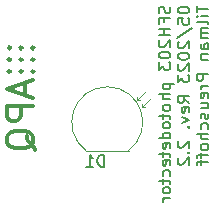
<source format=gbr>
%TF.GenerationSoftware,KiCad,Pcbnew,(6.0.7)*%
%TF.CreationDate,2023-05-22T14:19:29+02:00*%
%TF.ProjectId,SFH203_photodetector,53464832-3033-45f7-9068-6f746f646574,2.2*%
%TF.SameCoordinates,Original*%
%TF.FileFunction,Legend,Bot*%
%TF.FilePolarity,Positive*%
%FSLAX46Y46*%
G04 Gerber Fmt 4.6, Leading zero omitted, Abs format (unit mm)*
G04 Created by KiCad (PCBNEW (6.0.7)) date 2023-05-22 14:19:29*
%MOMM*%
%LPD*%
G01*
G04 APERTURE LIST*
%ADD10C,0.200000*%
%ADD11C,0.300000*%
%ADD12C,0.150000*%
%ADD13C,0.250000*%
%ADD14C,0.120000*%
%ADD15C,0.100000*%
G04 APERTURE END LIST*
D10*
X202294761Y-97220476D02*
X202342380Y-97363333D01*
X202342380Y-97601428D01*
X202294761Y-97696666D01*
X202247142Y-97744285D01*
X202151904Y-97791904D01*
X202056666Y-97791904D01*
X201961428Y-97744285D01*
X201913809Y-97696666D01*
X201866190Y-97601428D01*
X201818571Y-97410952D01*
X201770952Y-97315714D01*
X201723333Y-97268095D01*
X201628095Y-97220476D01*
X201532857Y-97220476D01*
X201437619Y-97268095D01*
X201390000Y-97315714D01*
X201342380Y-97410952D01*
X201342380Y-97649047D01*
X201390000Y-97791904D01*
X201818571Y-98553809D02*
X201818571Y-98220476D01*
X202342380Y-98220476D02*
X201342380Y-98220476D01*
X201342380Y-98696666D01*
X202342380Y-99077619D02*
X201342380Y-99077619D01*
X201818571Y-99077619D02*
X201818571Y-99649047D01*
X202342380Y-99649047D02*
X201342380Y-99649047D01*
X201437619Y-100077619D02*
X201390000Y-100125238D01*
X201342380Y-100220476D01*
X201342380Y-100458571D01*
X201390000Y-100553809D01*
X201437619Y-100601428D01*
X201532857Y-100649047D01*
X201628095Y-100649047D01*
X201770952Y-100601428D01*
X202342380Y-100030000D01*
X202342380Y-100649047D01*
X201342380Y-101268095D02*
X201342380Y-101363333D01*
X201390000Y-101458571D01*
X201437619Y-101506190D01*
X201532857Y-101553809D01*
X201723333Y-101601428D01*
X201961428Y-101601428D01*
X202151904Y-101553809D01*
X202247142Y-101506190D01*
X202294761Y-101458571D01*
X202342380Y-101363333D01*
X202342380Y-101268095D01*
X202294761Y-101172857D01*
X202247142Y-101125238D01*
X202151904Y-101077619D01*
X201961428Y-101030000D01*
X201723333Y-101030000D01*
X201532857Y-101077619D01*
X201437619Y-101125238D01*
X201390000Y-101172857D01*
X201342380Y-101268095D01*
X201342380Y-101934761D02*
X201342380Y-102553809D01*
X201723333Y-102220476D01*
X201723333Y-102363333D01*
X201770952Y-102458571D01*
X201818571Y-102506190D01*
X201913809Y-102553809D01*
X202151904Y-102553809D01*
X202247142Y-102506190D01*
X202294761Y-102458571D01*
X202342380Y-102363333D01*
X202342380Y-102077619D01*
X202294761Y-101982380D01*
X202247142Y-101934761D01*
X201675714Y-103744285D02*
X202675714Y-103744285D01*
X201723333Y-103744285D02*
X201675714Y-103839523D01*
X201675714Y-104030000D01*
X201723333Y-104125238D01*
X201770952Y-104172857D01*
X201866190Y-104220476D01*
X202151904Y-104220476D01*
X202247142Y-104172857D01*
X202294761Y-104125238D01*
X202342380Y-104030000D01*
X202342380Y-103839523D01*
X202294761Y-103744285D01*
X202342380Y-104649047D02*
X201342380Y-104649047D01*
X202342380Y-105077619D02*
X201818571Y-105077619D01*
X201723333Y-105030000D01*
X201675714Y-104934761D01*
X201675714Y-104791904D01*
X201723333Y-104696666D01*
X201770952Y-104649047D01*
X202342380Y-105696666D02*
X202294761Y-105601428D01*
X202247142Y-105553809D01*
X202151904Y-105506190D01*
X201866190Y-105506190D01*
X201770952Y-105553809D01*
X201723333Y-105601428D01*
X201675714Y-105696666D01*
X201675714Y-105839523D01*
X201723333Y-105934761D01*
X201770952Y-105982380D01*
X201866190Y-106030000D01*
X202151904Y-106030000D01*
X202247142Y-105982380D01*
X202294761Y-105934761D01*
X202342380Y-105839523D01*
X202342380Y-105696666D01*
X201675714Y-106315714D02*
X201675714Y-106696666D01*
X201342380Y-106458571D02*
X202199523Y-106458571D01*
X202294761Y-106506190D01*
X202342380Y-106601428D01*
X202342380Y-106696666D01*
X202342380Y-107172857D02*
X202294761Y-107077619D01*
X202247142Y-107030000D01*
X202151904Y-106982380D01*
X201866190Y-106982380D01*
X201770952Y-107030000D01*
X201723333Y-107077619D01*
X201675714Y-107172857D01*
X201675714Y-107315714D01*
X201723333Y-107410952D01*
X201770952Y-107458571D01*
X201866190Y-107506190D01*
X202151904Y-107506190D01*
X202247142Y-107458571D01*
X202294761Y-107410952D01*
X202342380Y-107315714D01*
X202342380Y-107172857D01*
X202342380Y-108363333D02*
X201342380Y-108363333D01*
X202294761Y-108363333D02*
X202342380Y-108268095D01*
X202342380Y-108077619D01*
X202294761Y-107982380D01*
X202247142Y-107934761D01*
X202151904Y-107887142D01*
X201866190Y-107887142D01*
X201770952Y-107934761D01*
X201723333Y-107982380D01*
X201675714Y-108077619D01*
X201675714Y-108268095D01*
X201723333Y-108363333D01*
X202294761Y-109220476D02*
X202342380Y-109125238D01*
X202342380Y-108934761D01*
X202294761Y-108839523D01*
X202199523Y-108791904D01*
X201818571Y-108791904D01*
X201723333Y-108839523D01*
X201675714Y-108934761D01*
X201675714Y-109125238D01*
X201723333Y-109220476D01*
X201818571Y-109268095D01*
X201913809Y-109268095D01*
X202009047Y-108791904D01*
X201675714Y-109553809D02*
X201675714Y-109934761D01*
X201342380Y-109696666D02*
X202199523Y-109696666D01*
X202294761Y-109744285D01*
X202342380Y-109839523D01*
X202342380Y-109934761D01*
X202294761Y-110649047D02*
X202342380Y-110553809D01*
X202342380Y-110363333D01*
X202294761Y-110268095D01*
X202199523Y-110220476D01*
X201818571Y-110220476D01*
X201723333Y-110268095D01*
X201675714Y-110363333D01*
X201675714Y-110553809D01*
X201723333Y-110649047D01*
X201818571Y-110696666D01*
X201913809Y-110696666D01*
X202009047Y-110220476D01*
X202294761Y-111553809D02*
X202342380Y-111458571D01*
X202342380Y-111268095D01*
X202294761Y-111172857D01*
X202247142Y-111125238D01*
X202151904Y-111077619D01*
X201866190Y-111077619D01*
X201770952Y-111125238D01*
X201723333Y-111172857D01*
X201675714Y-111268095D01*
X201675714Y-111458571D01*
X201723333Y-111553809D01*
X201675714Y-111839523D02*
X201675714Y-112220476D01*
X201342380Y-111982380D02*
X202199523Y-111982380D01*
X202294761Y-112030000D01*
X202342380Y-112125238D01*
X202342380Y-112220476D01*
X202342380Y-112696666D02*
X202294761Y-112601428D01*
X202247142Y-112553809D01*
X202151904Y-112506190D01*
X201866190Y-112506190D01*
X201770952Y-112553809D01*
X201723333Y-112601428D01*
X201675714Y-112696666D01*
X201675714Y-112839523D01*
X201723333Y-112934761D01*
X201770952Y-112982380D01*
X201866190Y-113030000D01*
X202151904Y-113030000D01*
X202247142Y-112982380D01*
X202294761Y-112934761D01*
X202342380Y-112839523D01*
X202342380Y-112696666D01*
X202342380Y-113458571D02*
X201675714Y-113458571D01*
X201866190Y-113458571D02*
X201770952Y-113506190D01*
X201723333Y-113553809D01*
X201675714Y-113649047D01*
X201675714Y-113744285D01*
X202952380Y-97458571D02*
X202952380Y-97553809D01*
X203000000Y-97649047D01*
X203047619Y-97696666D01*
X203142857Y-97744285D01*
X203333333Y-97791904D01*
X203571428Y-97791904D01*
X203761904Y-97744285D01*
X203857142Y-97696666D01*
X203904761Y-97649047D01*
X203952380Y-97553809D01*
X203952380Y-97458571D01*
X203904761Y-97363333D01*
X203857142Y-97315714D01*
X203761904Y-97268095D01*
X203571428Y-97220476D01*
X203333333Y-97220476D01*
X203142857Y-97268095D01*
X203047619Y-97315714D01*
X203000000Y-97363333D01*
X202952380Y-97458571D01*
X202952380Y-98696666D02*
X202952380Y-98220476D01*
X203428571Y-98172857D01*
X203380952Y-98220476D01*
X203333333Y-98315714D01*
X203333333Y-98553809D01*
X203380952Y-98649047D01*
X203428571Y-98696666D01*
X203523809Y-98744285D01*
X203761904Y-98744285D01*
X203857142Y-98696666D01*
X203904761Y-98649047D01*
X203952380Y-98553809D01*
X203952380Y-98315714D01*
X203904761Y-98220476D01*
X203857142Y-98172857D01*
X202904761Y-99887142D02*
X204190476Y-99030000D01*
X203047619Y-100172857D02*
X203000000Y-100220476D01*
X202952380Y-100315714D01*
X202952380Y-100553809D01*
X203000000Y-100649047D01*
X203047619Y-100696666D01*
X203142857Y-100744285D01*
X203238095Y-100744285D01*
X203380952Y-100696666D01*
X203952380Y-100125238D01*
X203952380Y-100744285D01*
X202952380Y-101363333D02*
X202952380Y-101458571D01*
X203000000Y-101553809D01*
X203047619Y-101601428D01*
X203142857Y-101649047D01*
X203333333Y-101696666D01*
X203571428Y-101696666D01*
X203761904Y-101649047D01*
X203857142Y-101601428D01*
X203904761Y-101553809D01*
X203952380Y-101458571D01*
X203952380Y-101363333D01*
X203904761Y-101268095D01*
X203857142Y-101220476D01*
X203761904Y-101172857D01*
X203571428Y-101125238D01*
X203333333Y-101125238D01*
X203142857Y-101172857D01*
X203047619Y-101220476D01*
X203000000Y-101268095D01*
X202952380Y-101363333D01*
X203047619Y-102077619D02*
X203000000Y-102125238D01*
X202952380Y-102220476D01*
X202952380Y-102458571D01*
X203000000Y-102553809D01*
X203047619Y-102601428D01*
X203142857Y-102649047D01*
X203238095Y-102649047D01*
X203380952Y-102601428D01*
X203952380Y-102030000D01*
X203952380Y-102649047D01*
X202952380Y-102982380D02*
X202952380Y-103601428D01*
X203333333Y-103268095D01*
X203333333Y-103410952D01*
X203380952Y-103506190D01*
X203428571Y-103553809D01*
X203523809Y-103601428D01*
X203761904Y-103601428D01*
X203857142Y-103553809D01*
X203904761Y-103506190D01*
X203952380Y-103410952D01*
X203952380Y-103125238D01*
X203904761Y-103030000D01*
X203857142Y-102982380D01*
X203952380Y-105363333D02*
X203476190Y-105030000D01*
X203952380Y-104791904D02*
X202952380Y-104791904D01*
X202952380Y-105172857D01*
X203000000Y-105268095D01*
X203047619Y-105315714D01*
X203142857Y-105363333D01*
X203285714Y-105363333D01*
X203380952Y-105315714D01*
X203428571Y-105268095D01*
X203476190Y-105172857D01*
X203476190Y-104791904D01*
X203904761Y-106172857D02*
X203952380Y-106077619D01*
X203952380Y-105887142D01*
X203904761Y-105791904D01*
X203809523Y-105744285D01*
X203428571Y-105744285D01*
X203333333Y-105791904D01*
X203285714Y-105887142D01*
X203285714Y-106077619D01*
X203333333Y-106172857D01*
X203428571Y-106220476D01*
X203523809Y-106220476D01*
X203619047Y-105744285D01*
X203285714Y-106553809D02*
X203952380Y-106791904D01*
X203285714Y-107030000D01*
X203857142Y-107410952D02*
X203904761Y-107458571D01*
X203952380Y-107410952D01*
X203904761Y-107363333D01*
X203857142Y-107410952D01*
X203952380Y-107410952D01*
X203047619Y-108601428D02*
X203000000Y-108649047D01*
X202952380Y-108744285D01*
X202952380Y-108982380D01*
X203000000Y-109077619D01*
X203047619Y-109125238D01*
X203142857Y-109172857D01*
X203238095Y-109172857D01*
X203380952Y-109125238D01*
X203952380Y-108553809D01*
X203952380Y-109172857D01*
X203857142Y-109601428D02*
X203904761Y-109649047D01*
X203952380Y-109601428D01*
X203904761Y-109553809D01*
X203857142Y-109601428D01*
X203952380Y-109601428D01*
X203047619Y-110030000D02*
X203000000Y-110077619D01*
X202952380Y-110172857D01*
X202952380Y-110410952D01*
X203000000Y-110506190D01*
X203047619Y-110553809D01*
X203142857Y-110601428D01*
X203238095Y-110601428D01*
X203380952Y-110553809D01*
X203952380Y-109982380D01*
X203952380Y-110601428D01*
X204562380Y-97125238D02*
X204562380Y-97696666D01*
X205562380Y-97410952D02*
X204562380Y-97410952D01*
X205562380Y-98030000D02*
X204895714Y-98030000D01*
X204562380Y-98030000D02*
X204610000Y-97982380D01*
X204657619Y-98030000D01*
X204610000Y-98077619D01*
X204562380Y-98030000D01*
X204657619Y-98030000D01*
X205562380Y-98649047D02*
X205514761Y-98553809D01*
X205419523Y-98506190D01*
X204562380Y-98506190D01*
X205562380Y-99030000D02*
X204895714Y-99030000D01*
X204990952Y-99030000D02*
X204943333Y-99077619D01*
X204895714Y-99172857D01*
X204895714Y-99315714D01*
X204943333Y-99410952D01*
X205038571Y-99458571D01*
X205562380Y-99458571D01*
X205038571Y-99458571D02*
X204943333Y-99506190D01*
X204895714Y-99601428D01*
X204895714Y-99744285D01*
X204943333Y-99839523D01*
X205038571Y-99887142D01*
X205562380Y-99887142D01*
X205562380Y-100791904D02*
X205038571Y-100791904D01*
X204943333Y-100744285D01*
X204895714Y-100649047D01*
X204895714Y-100458571D01*
X204943333Y-100363333D01*
X205514761Y-100791904D02*
X205562380Y-100696666D01*
X205562380Y-100458571D01*
X205514761Y-100363333D01*
X205419523Y-100315714D01*
X205324285Y-100315714D01*
X205229047Y-100363333D01*
X205181428Y-100458571D01*
X205181428Y-100696666D01*
X205133809Y-100791904D01*
X204895714Y-101268095D02*
X205562380Y-101268095D01*
X204990952Y-101268095D02*
X204943333Y-101315714D01*
X204895714Y-101410952D01*
X204895714Y-101553809D01*
X204943333Y-101649047D01*
X205038571Y-101696666D01*
X205562380Y-101696666D01*
X205562380Y-102934761D02*
X204562380Y-102934761D01*
X204562380Y-103315714D01*
X204610000Y-103410952D01*
X204657619Y-103458571D01*
X204752857Y-103506190D01*
X204895714Y-103506190D01*
X204990952Y-103458571D01*
X205038571Y-103410952D01*
X205086190Y-103315714D01*
X205086190Y-102934761D01*
X205562380Y-103934761D02*
X204895714Y-103934761D01*
X205086190Y-103934761D02*
X204990952Y-103982380D01*
X204943333Y-104030000D01*
X204895714Y-104125238D01*
X204895714Y-104220476D01*
X205514761Y-104934761D02*
X205562380Y-104839523D01*
X205562380Y-104649047D01*
X205514761Y-104553809D01*
X205419523Y-104506190D01*
X205038571Y-104506190D01*
X204943333Y-104553809D01*
X204895714Y-104649047D01*
X204895714Y-104839523D01*
X204943333Y-104934761D01*
X205038571Y-104982380D01*
X205133809Y-104982380D01*
X205229047Y-104506190D01*
X204895714Y-105839523D02*
X205562380Y-105839523D01*
X204895714Y-105410952D02*
X205419523Y-105410952D01*
X205514761Y-105458571D01*
X205562380Y-105553809D01*
X205562380Y-105696666D01*
X205514761Y-105791904D01*
X205467142Y-105839523D01*
X205514761Y-106268095D02*
X205562380Y-106363333D01*
X205562380Y-106553809D01*
X205514761Y-106649047D01*
X205419523Y-106696666D01*
X205371904Y-106696666D01*
X205276666Y-106649047D01*
X205229047Y-106553809D01*
X205229047Y-106410952D01*
X205181428Y-106315714D01*
X205086190Y-106268095D01*
X205038571Y-106268095D01*
X204943333Y-106315714D01*
X204895714Y-106410952D01*
X204895714Y-106553809D01*
X204943333Y-106649047D01*
X205514761Y-107553809D02*
X205562380Y-107458571D01*
X205562380Y-107268095D01*
X205514761Y-107172857D01*
X205467142Y-107125238D01*
X205371904Y-107077619D01*
X205086190Y-107077619D01*
X204990952Y-107125238D01*
X204943333Y-107172857D01*
X204895714Y-107268095D01*
X204895714Y-107458571D01*
X204943333Y-107553809D01*
X205562380Y-107982380D02*
X204562380Y-107982380D01*
X205562380Y-108410952D02*
X205038571Y-108410952D01*
X204943333Y-108363333D01*
X204895714Y-108268095D01*
X204895714Y-108125238D01*
X204943333Y-108030000D01*
X204990952Y-107982380D01*
X205562380Y-109030000D02*
X205514761Y-108934761D01*
X205467142Y-108887142D01*
X205371904Y-108839523D01*
X205086190Y-108839523D01*
X204990952Y-108887142D01*
X204943333Y-108934761D01*
X204895714Y-109030000D01*
X204895714Y-109172857D01*
X204943333Y-109268095D01*
X204990952Y-109315714D01*
X205086190Y-109363333D01*
X205371904Y-109363333D01*
X205467142Y-109315714D01*
X205514761Y-109268095D01*
X205562380Y-109172857D01*
X205562380Y-109030000D01*
X204895714Y-109649047D02*
X204895714Y-110030000D01*
X205562380Y-109791904D02*
X204705238Y-109791904D01*
X204610000Y-109839523D01*
X204562380Y-109934761D01*
X204562380Y-110030000D01*
X204895714Y-110220476D02*
X204895714Y-110601428D01*
X205562380Y-110363333D02*
X204705238Y-110363333D01*
X204610000Y-110410952D01*
X204562380Y-110506190D01*
X204562380Y-110601428D01*
D11*
%TO.C,LOGO1*%
X190066666Y-103673809D02*
X190066666Y-104721428D01*
X190695238Y-103464285D02*
X188495238Y-104197619D01*
X190695238Y-104930952D01*
X190695238Y-105664285D02*
X188495238Y-105664285D01*
X188495238Y-106502380D01*
X188600000Y-106711904D01*
X188704761Y-106816666D01*
X188914285Y-106921428D01*
X189228571Y-106921428D01*
X189438095Y-106816666D01*
X189542857Y-106711904D01*
X189647619Y-106502380D01*
X189647619Y-105664285D01*
X190904761Y-109330952D02*
X190800000Y-109121428D01*
X190590476Y-108911904D01*
X190276190Y-108597619D01*
X190171428Y-108388095D01*
X190171428Y-108178571D01*
X190695238Y-108283333D02*
X190590476Y-108073809D01*
X190380952Y-107864285D01*
X189961904Y-107759523D01*
X189228571Y-107759523D01*
X188809523Y-107864285D01*
X188600000Y-108073809D01*
X188495238Y-108283333D01*
X188495238Y-108702380D01*
X188600000Y-108911904D01*
X188809523Y-109121428D01*
X189228571Y-109226190D01*
X189961904Y-109226190D01*
X190380952Y-109121428D01*
X190590476Y-108911904D01*
X190695238Y-108702380D01*
X190695238Y-108283333D01*
D12*
%TO.C,D1*%
X196738095Y-110752380D02*
X196738095Y-109752380D01*
X196500000Y-109752380D01*
X196357142Y-109800000D01*
X196261904Y-109895238D01*
X196214285Y-109990476D01*
X196166666Y-110180952D01*
X196166666Y-110323809D01*
X196214285Y-110514285D01*
X196261904Y-110609523D01*
X196357142Y-110704761D01*
X196500000Y-110752380D01*
X196738095Y-110752380D01*
X195214285Y-110752380D02*
X195785714Y-110752380D01*
X195500000Y-110752380D02*
X195500000Y-109752380D01*
X195595238Y-109895238D01*
X195690476Y-109990476D01*
X195785714Y-110038095D01*
D13*
%TO.C,LOGO1*%
X189825000Y-101700000D02*
G75*
G03*
X189825000Y-101700000I-125000J0D01*
G01*
X188825000Y-100700000D02*
G75*
G03*
X188825000Y-100700000I-125000J0D01*
G01*
X190825000Y-101700000D02*
G75*
G03*
X190825000Y-101700000I-125000J0D01*
G01*
X190825000Y-100700000D02*
G75*
G03*
X190825000Y-100700000I-125000J0D01*
G01*
X189825000Y-102700000D02*
G75*
G03*
X189825000Y-102700000I-125000J0D01*
G01*
X189825000Y-100700000D02*
G75*
G03*
X189825000Y-100700000I-125000J0D01*
G01*
X188825000Y-102700000D02*
G75*
G03*
X188825000Y-102700000I-125000J0D01*
G01*
X190825000Y-102700000D02*
G75*
G03*
X190825000Y-102700000I-125000J0D01*
G01*
X188825000Y-101700000D02*
G75*
G03*
X188825000Y-101700000I-125000J0D01*
G01*
D14*
%TO.C,D1*%
X200672500Y-104970000D02*
X199912500Y-105730000D01*
X199532500Y-105100000D02*
X199782500Y-105100000D01*
D15*
X198792500Y-109420000D02*
X195192500Y-109420000D01*
D14*
X199912500Y-105730000D02*
X200162500Y-105730000D01*
X200292500Y-104330000D02*
X199532500Y-105100000D01*
X199912500Y-105730000D02*
X199912500Y-105480000D01*
X199532500Y-105100000D02*
X199532500Y-104840000D01*
X198792500Y-109400000D02*
G75*
G03*
X195202560Y-109407512I-1800000J2400000D01*
G01*
%TD*%
M02*

</source>
